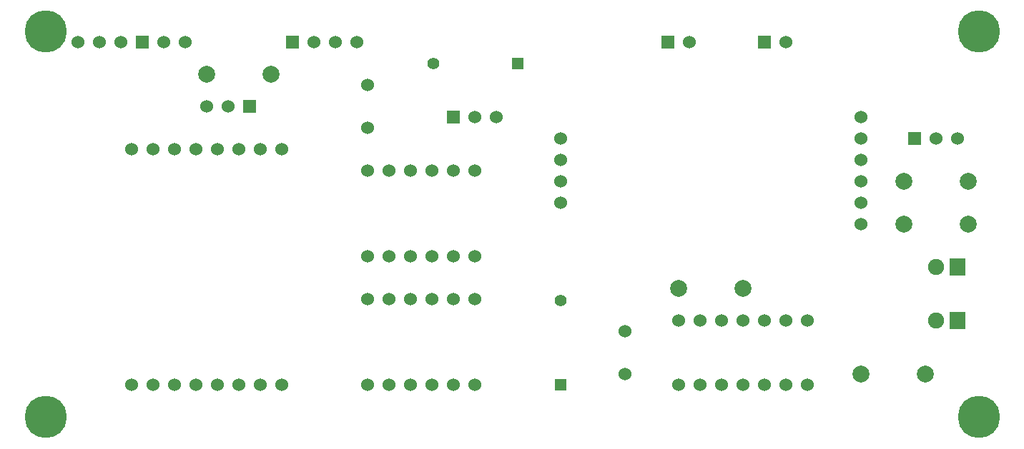
<source format=gbr>
G04 #@! TF.FileFunction,Soldermask,Bot*
%FSLAX46Y46*%
G04 Gerber Fmt 4.6, Leading zero omitted, Abs format (unit mm)*
G04 Created by KiCad (PCBNEW 4.0.6) date Wednesday, 03 May 2017 'AMt' 11:52:44*
%MOMM*%
%LPD*%
G01*
G04 APERTURE LIST*
%ADD10C,0.100000*%
%ADD11C,1.524000*%
%ADD12R,1.524000X1.524000*%
%ADD13R,1.400000X1.400000*%
%ADD14C,1.400000*%
%ADD15R,1.900000X2.000000*%
%ADD16C,1.900000*%
%ADD17C,1.998980*%
%ADD18C,5.000000*%
G04 APERTURE END LIST*
D10*
D11*
X151130000Y-102870000D03*
X151130000Y-100330000D03*
X151130000Y-97790000D03*
X151130000Y-95250000D03*
X186690000Y-105410000D03*
X186690000Y-102870000D03*
X186690000Y-100330000D03*
X186690000Y-97790000D03*
X186690000Y-95250000D03*
X186690000Y-92710000D03*
D12*
X175260000Y-83820000D03*
D11*
X177800000Y-83820000D03*
D13*
X151130000Y-124460000D03*
D14*
X151130000Y-114460000D03*
D11*
X128270000Y-93980000D03*
X128270000Y-88900000D03*
D13*
X146050000Y-86360000D03*
D14*
X136050000Y-86360000D03*
D11*
X158750000Y-123190000D03*
X158750000Y-118110000D03*
D15*
X198120000Y-116840000D03*
D16*
X195580000Y-116840000D03*
D15*
X198120000Y-110490000D03*
D16*
X195580000Y-110490000D03*
D12*
X119380000Y-83820000D03*
D11*
X121920000Y-83820000D03*
X124460000Y-83820000D03*
X127000000Y-83820000D03*
X165100000Y-124460000D03*
X167640000Y-124460000D03*
X170180000Y-124460000D03*
X172720000Y-124460000D03*
X175260000Y-124460000D03*
X177800000Y-124460000D03*
X180340000Y-124460000D03*
X180340000Y-116840000D03*
X177800000Y-116840000D03*
X175260000Y-116840000D03*
X172720000Y-116840000D03*
X170180000Y-116840000D03*
X167640000Y-116840000D03*
X165100000Y-116840000D03*
D12*
X114300000Y-91440000D03*
D11*
X111760000Y-91440000D03*
X109220000Y-91440000D03*
X195580000Y-95250000D03*
X198120000Y-95250000D03*
D12*
X193040000Y-95250000D03*
D17*
X172720000Y-113030000D03*
X165100000Y-113030000D03*
X194310000Y-123190000D03*
X186690000Y-123190000D03*
X116840000Y-87630000D03*
X109220000Y-87630000D03*
X199390000Y-100330000D03*
X191770000Y-100330000D03*
X199390000Y-105410000D03*
X191770000Y-105410000D03*
D12*
X163830000Y-83820000D03*
D11*
X166370000Y-83820000D03*
D12*
X138430000Y-92710000D03*
D11*
X140970000Y-92710000D03*
X143510000Y-92710000D03*
X128270000Y-124460000D03*
X130810000Y-124460000D03*
X133350000Y-124460000D03*
X135890000Y-124460000D03*
X138430000Y-124460000D03*
X140970000Y-124460000D03*
X140970000Y-114300000D03*
X138430000Y-114300000D03*
X135890000Y-114300000D03*
X133350000Y-114300000D03*
X130810000Y-114300000D03*
X128270000Y-114300000D03*
X128270000Y-109220000D03*
X130810000Y-109220000D03*
X133350000Y-109220000D03*
X135890000Y-109220000D03*
X138430000Y-109220000D03*
X140970000Y-109220000D03*
X140970000Y-99060000D03*
X138430000Y-99060000D03*
X135890000Y-99060000D03*
X133350000Y-99060000D03*
X130810000Y-99060000D03*
X128270000Y-99060000D03*
X100330000Y-124460000D03*
X102870000Y-124460000D03*
X105410000Y-124460000D03*
X107950000Y-124460000D03*
X110490000Y-124460000D03*
X113030000Y-124460000D03*
X115570000Y-124460000D03*
X118110000Y-124460000D03*
X118110000Y-96520000D03*
X115570000Y-96520000D03*
X113030000Y-96520000D03*
X110490000Y-96520000D03*
X107950000Y-96520000D03*
X105410000Y-96520000D03*
X102870000Y-96520000D03*
X100330000Y-96520000D03*
X106680000Y-83820000D03*
X104140000Y-83820000D03*
D12*
X101600000Y-83820000D03*
D11*
X99060000Y-83820000D03*
X96520000Y-83820000D03*
X93980000Y-83820000D03*
D18*
X200660000Y-82550000D03*
X200660000Y-128270000D03*
X90170000Y-82550000D03*
X90170000Y-128270000D03*
M02*

</source>
